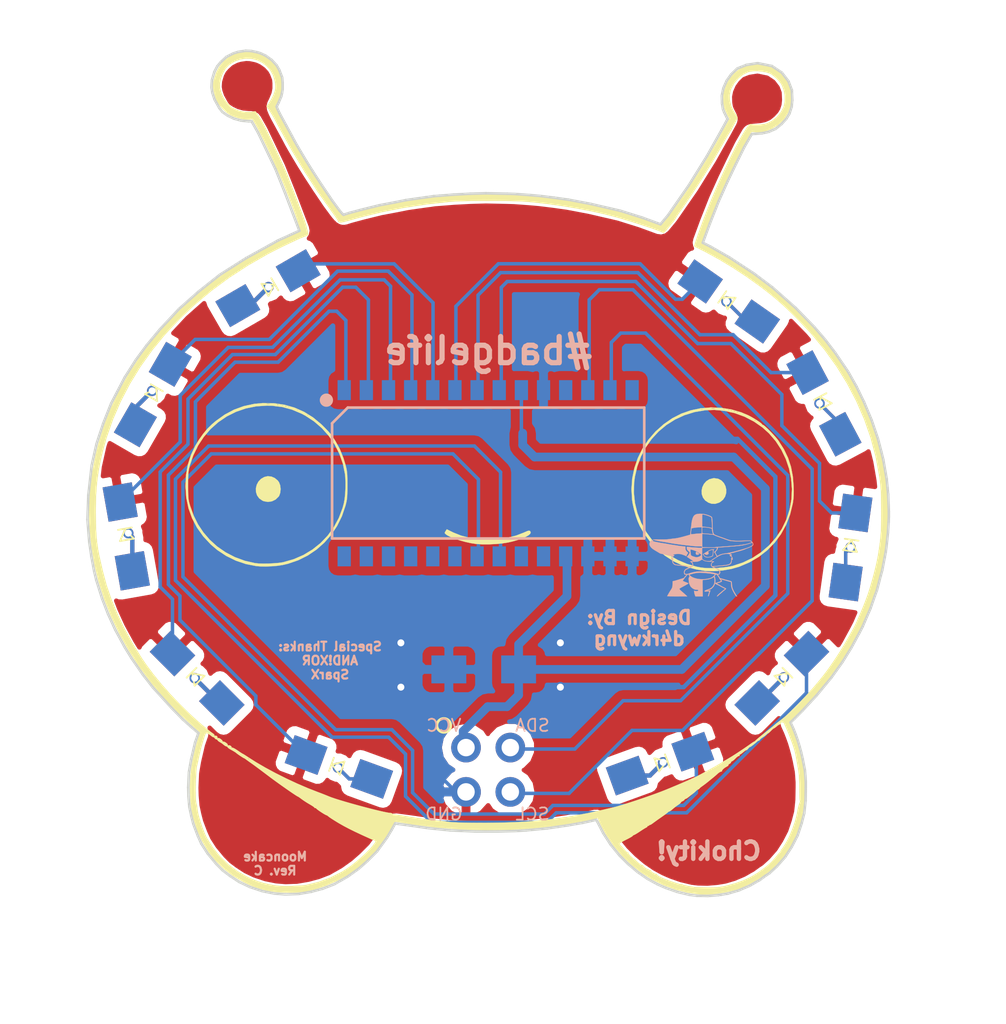
<source format=kicad_pcb>
(kicad_pcb (version 4) (host pcbnew 4.0.7)
  (layers (0 F.Cu signal) (31 B.Cu signal) (34 B.Paste user) (35 F.Paste user) (36 B.SilkS user) (37 F.SilkS user) (38 B.Mask user) (39 F.Mask user) (44 Edge.Cuts user))
  (net 0 "")
  (net 1 +3V3)
  (net 2 GND)
  (net 3 "Net-(D1-Pad2)")
  (net 4 "Net-(D2-Pad2)")
  (net 5 "Net-(D3-Pad2)")
  (net 6 "Net-(D4-Pad2)")
  (net 7 "Net-(D5-Pad2)")
  (net 8 "Net-(D6-Pad2)")
  (net 9 "Net-(D7-Pad2)")
  (net 10 "Net-(D8-Pad2)")
  (net 11 "Net-(D9-Pad2)")
  (net 12 "Net-(D10-Pad2)")
  (net 13 "Net-(R1-Pad1)")
  (net 14 "Net-(R2-Pad1)")
  (net 15 "Net-(R3-Pad1)")
  (net 16 "Net-(R4-Pad1)")
  (net 17 "Net-(R5-Pad1)")
  (net 18 "Net-(R6-Pad1)")
  (net 19 "Net-(R7-Pad1)")
  (net 20 "Net-(R8-Pad1)")
  (net 21 "Net-(R9-Pad1)")
  (net 22 scl)
  (net 23 sda)
  (net 24 "Net-(U1-Pad19)")
  (net 25 "Net-(U1-Pad20)")
  (net 26 "Net-(R10-Pad1)")
  (net 27 "Net-(U1-Pad23)")
  (net 28 "Net-(U1-Pad24)")
  (net 29 "Net-(U1-Pad25)")
  (net 30 "Net-(U1-Pad26)")
  (net 31 "Net-(U1-Pad27)")
  (net 32 "Net-(U1-Pad28)")
  (module lib:SOIC28-1.27-17.9X7.5MM_NoSilk (layer B.Cu) (at 100 100)
    (fp_text reference U1)
    (fp_text value MCP23017)
    (pad 1 smd rect (at -8.255 -4.7498) (size 0.762 1.143) (layers B.Cu B.Paste B.Mask) (net 13 "Net-(R1-Pad1)"))
    (pad 2 smd rect (at -6.985 -4.7498) (size 0.762 1.143) (layers B.Cu B.Paste B.Mask) (net 14 "Net-(R2-Pad1)"))
    (pad 3 smd rect (at -5.715 -4.7498) (size 0.762 1.143) (layers B.Cu B.Paste B.Mask) (net 15 "Net-(R3-Pad1)"))
    (pad 4 smd rect (at -4.445 -4.7498) (size 0.762 1.143) (layers B.Cu B.Paste B.Mask) (net 16 "Net-(R4-Pad1)"))
    (pad 5 smd rect (at -3.175 -4.7498) (size 0.762 1.143) (layers B.Cu B.Paste B.Mask) (net 17 "Net-(R5-Pad1)"))
    (pad 6 smd rect (at -1.905 -4.7498) (size 0.762 1.143) (layers B.Cu B.Paste B.Mask) (net 18 "Net-(R6-Pad1)"))
    (pad 7 smd rect (at -0.635 -4.7498) (size 0.762 1.143) (layers B.Cu B.Paste B.Mask) (net 19 "Net-(R7-Pad1)"))
    (pad 8 smd rect (at 0.635 -4.7498) (size 0.762 1.143) (layers B.Cu B.Paste B.Mask) (net 20 "Net-(R8-Pad1)"))
    (pad 9 smd rect (at 1.905 -4.7498) (size 0.762 1.143) (layers B.Cu B.Paste B.Mask) (net 1 +3V3))
    (pad 10 smd rect (at 3.175 -4.7498) (size 0.762 1.143) (layers B.Cu B.Paste B.Mask) (net 2 GND))
    (pad 12 smd rect (at 5.715 -4.7498) (size 0.762 1.143) (layers B.Cu B.Paste B.Mask) (net 22 scl))
    (pad 11 smd rect (at 4.445 -4.7498) (size 0.762 1.143) (layers B.Cu B.Paste B.Mask))
    (pad 13 smd rect (at 6.985 -4.7498) (size 0.762 1.143) (layers B.Cu B.Paste B.Mask) (net 23 sda))
    (pad 14 smd rect (at 8.255 -4.7498) (size 0.762 1.143) (layers B.Cu B.Paste B.Mask))
    (pad 15 smd rect (at 8.255 4.7752) (size 0.762 1.143) (layers B.Cu B.Paste B.Mask) (net 2 GND))
    (pad 16 smd rect (at 6.985 4.7752) (size 0.762 1.143) (layers B.Cu B.Paste B.Mask) (net 2 GND))
    (pad 17 smd rect (at 5.715 4.7752) (size 0.762 1.143) (layers B.Cu B.Paste B.Mask) (net 2 GND))
    (pad 18 smd rect (at 4.445 4.7752) (size 0.762 1.143) (layers B.Cu B.Paste B.Mask) (net 1 +3V3))
    (pad 19 smd rect (at 3.175 4.7752) (size 0.762 1.143) (layers B.Cu B.Paste B.Mask) (net 24 "Net-(U1-Pad19)"))
    (pad 20 smd rect (at 1.905 4.7752) (size 0.762 1.143) (layers B.Cu B.Paste B.Mask) (net 25 "Net-(U1-Pad20)"))
    (pad 21 smd rect (at 0.635 4.7752) (size 0.762 1.143) (layers B.Cu B.Paste B.Mask) (net 21 "Net-(R9-Pad1)"))
    (pad 22 smd rect (at -0.635 4.7752) (size 0.762 1.143) (layers B.Cu B.Paste B.Mask) (net 26 "Net-(R10-Pad1)"))
    (pad 23 smd rect (at -1.905 4.7752) (size 0.762 1.143) (layers B.Cu B.Paste B.Mask) (net 27 "Net-(U1-Pad23)"))
    (pad 24 smd rect (at -3.175 4.7752) (size 0.762 1.143) (layers B.Cu B.Paste B.Mask) (net 28 "Net-(U1-Pad24)"))
    (pad 25 smd rect (at -4.445 4.7752) (size 0.762 1.143) (layers B.Cu B.Paste B.Mask) (net 29 "Net-(U1-Pad25)"))
    (pad 26 smd rect (at -5.715 4.7752) (size 0.762 1.143) (layers B.Cu B.Paste B.Mask) (net 30 "Net-(U1-Pad26)"))
    (pad 27 smd rect (at -6.985 4.7752) (size 0.762 1.143) (layers B.Cu B.Paste B.Mask) (net 31 "Net-(U1-Pad27)"))
    (pad 28 smd rect (at -8.255 4.7752) (size 0.762 1.143) (layers B.Cu B.Paste B.Mask) (net 32 "Net-(U1-Pad28)"))
  )
  (module mooncake-design:mooncake-soldermask (layer F.Cu) (at 100 100)
    (fp_text reference G*** hide)
    (fp_text value LOGO hide)
  )
  (module mrmeeseeks-addon-lib:Badgelife-Shitty-2x2 (layer F.Cu) (at 100 117)
    (fp_text reference X1)
    (fp_text value Badgelife_shitty_connector)
    (fp_text user SDA (at 2.54 -2.54) (layer B.SilkS) (effects (font (size 0.7 0.7) (thickness 0.1)) (justify mirror)))
    (fp_text user SCL (at 2.54 2.54) (layer B.SilkS) (effects (font (size 0.7 0.7) (thickness 0.1)) (justify mirror)))
    (fp_text user GND (at -2.54 2.54) (layer B.SilkS) (effects (font (size 0.7 0.7) (thickness 0.1)) (justify mirror)))
    (fp_text user VCC (at -2.54 -2.54) (layer B.SilkS) (effects (font (size 0.7 0.7) (thickness 0.1)) (justify mirror)))
    (pad 4 thru_hole circle (at 1.27 -1.27) (size 1.7 1.7) (drill 1) (layers *.Cu *.Mask) (net 23 sda))
    (pad 3 thru_hole oval (at 1.27 1.27) (size 1.7 1.7) (drill 1) (layers *.Cu *.Mask) (net 22 scl))
    (pad 1 thru_hole oval (at -1.27 -1.27) (size 1.7 1.7) (drill 1) (layers *.Cu *.Mask) (net 1 +3V3))
    (pad 2 thru_hole oval (at -1.27 1.27) (size 1.7 1.7) (drill 1) (layers *.Cu *.Mask) (net 2 GND))
  )
  (module mrmeeseeks-addon-lib:R_1206_HandSoldering_NoSilk (layer B.Cu) (at 116.84 111.76 225)
    (fp_text reference R9)
    (fp_text value 220)
    (pad 1 smd rect (at -2 0 225) (size 2 1.7) (layers B.Cu B.Paste B.Mask) (net 21 "Net-(R9-Pad1)"))
    (pad 2 smd rect (at 2 0 225) (size 2 1.7) (layers B.Cu B.Paste B.Mask) (net 11 "Net-(D9-Pad2)"))
  )
  (module mrmeeseeks-addon-lib:R_1206_HandSoldering_NoSilk (layer B.Cu) (at 109.855 116.6495 200)
    (fp_text reference R10)
    (fp_text value 220)
    (pad 1 smd rect (at -2 0 200) (size 2 1.7) (layers B.Cu B.Paste B.Mask) (net 26 "Net-(R10-Pad1)"))
    (pad 2 smd rect (at 2 0 200) (size 2 1.7) (layers B.Cu B.Paste B.Mask) (net 12 "Net-(D10-Pad2)"))
  )
  (module mrmeeseeks-addon-lib:LED_1206_HandSoldering_MinSilk (layer F.Cu) (at 109.855 116.6495 200)
    (fp_text reference D10)
    (fp_text value LED)
    (pad 1 smd rect (at -2 0 200) (size 2 1.7) (layers F.Cu F.Paste F.Mask) (net 2 GND))
    (pad 2 smd rect (at 2 0 200) (size 2 1.7) (layers F.Cu F.Paste F.Mask) (net 12 "Net-(D10-Pad2)"))
  )
  (module mrmeeseeks-addon-lib:LED_1206_HandSoldering_MinSilk (layer F.Cu) (at 91.44 116.84 340)
    (fp_text reference D1)
    (fp_text value LED)
    (pad 1 smd rect (at -2 0 340) (size 2 1.7) (layers F.Cu F.Paste F.Mask) (net 2 GND))
    (pad 2 smd rect (at 2 0 340) (size 2 1.7) (layers F.Cu F.Paste F.Mask) (net 3 "Net-(D1-Pad2)"))
  )
  (module mrmeeseeks-addon-lib:LED_1206_HandSoldering_MinSilk (layer F.Cu) (at 83.312 111.76 315)
    (fp_text reference D2)
    (fp_text value LED)
    (pad 1 smd rect (at -2 0 315) (size 2 1.7) (layers F.Cu F.Paste F.Mask) (net 2 GND))
    (pad 2 smd rect (at 2 0 315) (size 2 1.7) (layers F.Cu F.Paste F.Mask) (net 4 "Net-(D2-Pad2)"))
  )
  (module mrmeeseeks-addon-lib:LED_1206_HandSoldering_MinSilk (layer F.Cu) (at 79.248 103.632 280)
    (fp_text reference D3)
    (fp_text value LED)
    (pad 1 smd rect (at -2 0 280) (size 2 1.7) (layers F.Cu F.Paste F.Mask) (net 2 GND))
    (pad 2 smd rect (at 2 0 280) (size 2 1.7) (layers F.Cu F.Paste F.Mask) (net 5 "Net-(D3-Pad2)"))
  )
  (module mrmeeseeks-addon-lib:LED_1206_HandSoldering_MinSilk (layer F.Cu) (at 80.772 95.504 240)
    (fp_text reference D4)
    (fp_text value LED)
    (pad 1 smd rect (at -2 0 240) (size 2 1.7) (layers F.Cu F.Paste F.Mask) (net 2 GND))
    (pad 2 smd rect (at 2 0 240) (size 2 1.7) (layers F.Cu F.Paste F.Mask) (net 6 "Net-(D4-Pad2)"))
  )
  (module mrmeeseeks-addon-lib:LED_1206_HandSoldering_MinSilk (layer F.Cu) (at 87.376 89.408 210)
    (fp_text reference D5)
    (fp_text value LED)
    (pad 1 smd rect (at -2 0 210) (size 2 1.7) (layers F.Cu F.Paste F.Mask) (net 2 GND))
    (pad 2 smd rect (at 2 0 210) (size 2 1.7) (layers F.Cu F.Paste F.Mask) (net 7 "Net-(D5-Pad2)"))
  )
  (module mrmeeseeks-addon-lib:LED_1206_HandSoldering_MinSilk (layer F.Cu) (at 113.792 90.17 325)
    (fp_text reference D6)
    (fp_text value LED)
    (pad 1 smd rect (at -2 0 325) (size 2 1.7) (layers F.Cu F.Paste F.Mask) (net 2 GND))
    (pad 2 smd rect (at 2 0 325) (size 2 1.7) (layers F.Cu F.Paste F.Mask) (net 8 "Net-(D6-Pad2)"))
  )
  (module mrmeeseeks-addon-lib:LED_1206_HandSoldering_MinSilk (layer F.Cu) (at 119.253 96.012 298)
    (fp_text reference D7)
    (fp_text value LED)
    (pad 1 smd rect (at -2 0 298) (size 2 1.7) (layers F.Cu F.Paste F.Mask) (net 2 GND))
    (pad 2 smd rect (at 2 0 298) (size 2 1.7) (layers F.Cu F.Paste F.Mask) (net 9 "Net-(D7-Pad2)"))
  )
  (module mrmeeseeks-addon-lib:LED_1206_HandSoldering_MinSilk (layer F.Cu) (at 120.777 104.267 262)
    (fp_text reference D8)
    (fp_text value LED)
    (pad 1 smd rect (at -2 0 262) (size 2 1.7) (layers F.Cu F.Paste F.Mask) (net 2 GND))
    (pad 2 smd rect (at 2 0 262) (size 2 1.7) (layers F.Cu F.Paste F.Mask) (net 10 "Net-(D8-Pad2)"))
  )
  (module mrmeeseeks-addon-lib:LED_1206_HandSoldering_MinSilk (layer F.Cu) (at 116.84 111.76 225)
    (fp_text reference D9)
    (fp_text value LED)
    (pad 1 smd rect (at -2 0 225) (size 2 1.7) (layers F.Cu F.Paste F.Mask) (net 2 GND))
    (pad 2 smd rect (at 2 0 225) (size 2 1.7) (layers F.Cu F.Paste F.Mask) (net 11 "Net-(D9-Pad2)"))
  )
  (module mrmeeseeks-addon-lib:R_1206_HandSoldering_NoSilk (layer B.Cu) (at 120.777 104.267 262)
    (fp_text reference R8)
    (fp_text value 220)
    (pad 1 smd rect (at -2 0 262) (size 2 1.7) (layers B.Cu B.Paste B.Mask) (net 20 "Net-(R8-Pad1)"))
    (pad 2 smd rect (at 2 0 262) (size 2 1.7) (layers B.Cu B.Paste B.Mask) (net 10 "Net-(D8-Pad2)"))
  )
  (module mrmeeseeks-addon-lib:R_1206_HandSoldering_NoSilk (layer B.Cu) (at 119.253 96.012 298)
    (fp_text reference R7)
    (fp_text value 220)
    (pad 1 smd rect (at -2 0 298) (size 2 1.7) (layers B.Cu B.Paste B.Mask) (net 19 "Net-(R7-Pad1)"))
    (pad 2 smd rect (at 2 0 298) (size 2 1.7) (layers B.Cu B.Paste B.Mask) (net 9 "Net-(D7-Pad2)"))
  )
  (module mrmeeseeks-addon-lib:R_1206_HandSoldering_NoSilk (layer B.Cu) (at 113.792 90.17 325)
    (fp_text reference R6)
    (fp_text value 220)
    (pad 1 smd rect (at -2 0 325) (size 2 1.7) (layers B.Cu B.Paste B.Mask) (net 18 "Net-(R6-Pad1)"))
    (pad 2 smd rect (at 2 0 325) (size 2 1.7) (layers B.Cu B.Paste B.Mask) (net 8 "Net-(D6-Pad2)"))
  )
  (module mrmeeseeks-addon-lib:R_1206_HandSoldering_NoSilk (layer B.Cu) (at 87.376 89.408 210)
    (fp_text reference R5)
    (fp_text value 220)
    (pad 1 smd rect (at -2 0 210) (size 2 1.7) (layers B.Cu B.Paste B.Mask) (net 17 "Net-(R5-Pad1)"))
    (pad 2 smd rect (at 2 0 210) (size 2 1.7) (layers B.Cu B.Paste B.Mask) (net 7 "Net-(D5-Pad2)"))
  )
  (module mrmeeseeks-addon-lib:R_1206_HandSoldering_NoSilk (layer B.Cu) (at 80.772 95.504 240)
    (fp_text reference R4)
    (fp_text value 220)
    (pad 1 smd rect (at -2 0 240) (size 2 1.7) (layers B.Cu B.Paste B.Mask) (net 16 "Net-(R4-Pad1)"))
    (pad 2 smd rect (at 2 0 240) (size 2 1.7) (layers B.Cu B.Paste B.Mask) (net 6 "Net-(D4-Pad2)"))
  )
  (module mrmeeseeks-addon-lib:R_1206_HandSoldering_NoSilk (layer B.Cu) (at 79.248 103.632 280)
    (fp_text reference R3)
    (fp_text value 220)
    (pad 1 smd rect (at -2 0 280) (size 2 1.7) (layers B.Cu B.Paste B.Mask) (net 15 "Net-(R3-Pad1)"))
    (pad 2 smd rect (at 2 0 280) (size 2 1.7) (layers B.Cu B.Paste B.Mask) (net 5 "Net-(D3-Pad2)"))
  )
  (module mrmeeseeks-addon-lib:R_1206_HandSoldering_NoSilk (layer B.Cu) (at 83.312 111.76 315)
    (fp_text reference R2)
    (fp_text value 220)
    (pad 1 smd rect (at -2 0 315) (size 2 1.7) (layers B.Cu B.Paste B.Mask) (net 14 "Net-(R2-Pad1)"))
    (pad 2 smd rect (at 2 0 315) (size 2 1.7) (layers B.Cu B.Paste B.Mask) (net 4 "Net-(D2-Pad2)"))
  )
  (module mrmeeseeks-addon-lib:R_1206_HandSoldering_NoSilk (layer B.Cu) (at 91.44 116.84 340)
    (fp_text reference R1)
    (fp_text value 220)
    (pad 1 smd rect (at -2 0 340) (size 2 1.7) (layers B.Cu B.Paste B.Mask) (net 13 "Net-(R1-Pad1)"))
    (pad 2 smd rect (at 2 0 340) (size 2 1.7) (layers B.Cu B.Paste B.Mask) (net 3 "Net-(D1-Pad2)"))
  )
  (module mooncake-design:mooncake-silkscreen (layer F.Cu) (at 100 100)
    (fp_text reference G*** hide)
    (fp_text value LOGO hide)
  )
  (module lib:C_1206_HandSoldering_NoSilk (layer B.Cu) (at 99.7458 111.252 180)
    (fp_text reference C1)
    (fp_text value 0.1uf)
    (pad 1 smd rect (at -2 0 180) (size 2 1.6) (layers B.Cu B.Paste B.Mask) (net 1 +3V3))
    (pad 2 smd rect (at 2 0 180) (size 2 1.6) (layers B.Cu B.Paste B.Mask) (net 2 GND))
  )
  (module mooncake-design:gary_soldermask (layer B.Cu) (at 87.376 103.124 180)
    (fp_text reference G*** hide)
    (fp_text value LOGO hide)
  )
  (module mooncake-design:d4rkwyng (layer B.Cu) (at 112.268 104.648 180)
    (fp_text reference G*** hide)
    (fp_text value LOGO hide)
  )
  (module mooncake-design:d4rkwyng_solder (layer B.Cu) (at 112.268 104.648 180)
    (fp_text reference G*** hide)
    (fp_text value LOGO hide)
  )
  (gr_text "Mooncake\nRev. C" (at 87.7824 122.3772) (layer B.SilkS) (effects (font (size 0.5 0.5) (thickness 0.125)) (justify mirror)))
  (gr_text Chokity! (at 112.66424 121.65584) (layer B.SilkS) (effects (font (size 1 1) (thickness 0.25)) (justify mirror)))
  (gr_text "Design By:\nd4rkwyng" (at 108.6612 108.8898) (layer B.SilkS) (effects (font (size 0.75 0.75) (thickness 0.1875)) (justify mirror)))
  (gr_line (start 120.6373 94.1959) (end 121.0818 94.9833) (angle 90) (layer Edge.Cuts) (width 0.15))
  (gr_line (start 119.9007 93.1164) (end 120.6373 94.1959) (angle 90) (layer Edge.Cuts) (width 0.15))
  (gr_line (start 119.3165 92.3544) (end 119.9007 93.1164) (angle 90) (layer Edge.Cuts) (width 0.15))
  (gr_line (start 118.6942 91.6305) (end 119.3165 92.3544) (angle 90) (layer Edge.Cuts) (width 0.15))
  (gr_line (start 117.6274 90.5383) (end 118.6942 91.6305) (angle 90) (layer Edge.Cuts) (width 0.15))
  (gr_line (start 116.3193 89.3826) (end 117.6274 90.5383) (angle 90) (layer Edge.Cuts) (width 0.15))
  (gr_line (start 115.2398 88.5698) (end 116.3193 89.3826) (angle 90) (layer Edge.Cuts) (width 0.15))
  (gr_line (start 113.8428 87.6554) (end 115.2398 88.5698) (angle 90) (layer Edge.Cuts) (width 0.15))
  (gr_line (start 112.776 87.0458) (end 113.8428 87.6554) (angle 90) (layer Edge.Cuts) (width 0.15))
  (gr_line (start 112.3061 86.8045) (end 112.776 87.0458) (angle 90) (layer Edge.Cuts) (width 0.15))
  (gr_line (start 112.7125 85.6996) (end 112.3061 86.8045) (angle 90) (layer Edge.Cuts) (width 0.15))
  (gr_line (start 113.2205 84.4169) (end 112.7125 85.6996) (angle 90) (layer Edge.Cuts) (width 0.15))
  (gr_line (start 113.7412 83.2612) (end 113.2205 84.4169) (angle 90) (layer Edge.Cuts) (width 0.15))
  (gr_line (start 114.2111 82.2833) (end 113.7412 83.2612) (angle 90) (layer Edge.Cuts) (width 0.15))
  (gr_line (start 114.681 81.3308) (end 114.2111 82.2833) (angle 90) (layer Edge.Cuts) (width 0.15))
  (gr_line (start 115.1128 80.5815) (end 114.681 81.3308) (angle 90) (layer Edge.Cuts) (width 0.15))
  (gr_line (start 115.7097 80.5307) (end 115.1128 80.5815) (angle 90) (layer Edge.Cuts) (width 0.15))
  (gr_line (start 116.078 80.4545) (end 115.7097 80.5307) (angle 90) (layer Edge.Cuts) (width 0.15))
  (gr_line (start 116.4844 80.2767) (end 116.078 80.4545) (angle 90) (layer Edge.Cuts) (width 0.15))
  (gr_line (start 116.8273 79.9973) (end 116.4844 80.2767) (angle 90) (layer Edge.Cuts) (width 0.15))
  (gr_line (start 117.094 79.7052) (end 116.8273 79.9973) (angle 90) (layer Edge.Cuts) (width 0.15))
  (gr_line (start 117.2718 79.4131) (end 117.094 79.7052) (angle 90) (layer Edge.Cuts) (width 0.15))
  (gr_line (start 117.3988 79.0194) (end 117.2718 79.4131) (angle 90) (layer Edge.Cuts) (width 0.15))
  (gr_line (start 117.4369 78.6384) (end 117.3988 79.0194) (angle 90) (layer Edge.Cuts) (width 0.15))
  (gr_line (start 117.4115 78.0669) (end 117.4369 78.6384) (angle 90) (layer Edge.Cuts) (width 0.15))
  (gr_line (start 117.221 77.5589) (end 117.4115 78.0669) (angle 90) (layer Edge.Cuts) (width 0.15))
  (gr_line (start 116.84 77.0636) (end 117.221 77.5589) (angle 90) (layer Edge.Cuts) (width 0.15))
  (gr_line (start 116.2685 76.6826) (end 116.84 77.0636) (angle 90) (layer Edge.Cuts) (width 0.15))
  (gr_line (start 115.4557 76.5175) (end 116.2685 76.6826) (angle 90) (layer Edge.Cuts) (width 0.15))
  (gr_line (start 114.808 76.6191) (end 115.4557 76.5175) (angle 90) (layer Edge.Cuts) (width 0.15))
  (gr_line (start 114.2873 76.8223) (end 114.808 76.6191) (angle 90) (layer Edge.Cuts) (width 0.15))
  (gr_line (start 113.9317 77.1652) (end 114.2873 76.8223) (angle 90) (layer Edge.Cuts) (width 0.15))
  (gr_line (start 113.6777 77.5208) (end 113.9317 77.1652) (angle 90) (layer Edge.Cuts) (width 0.15))
  (gr_line (start 113.4872 77.9526) (end 113.6777 77.5208) (angle 90) (layer Edge.Cuts) (width 0.15))
  (gr_line (start 113.3983 78.3844) (end 113.4872 77.9526) (angle 90) (layer Edge.Cuts) (width 0.15))
  (gr_line (start 113.411 78.8162) (end 113.3983 78.3844) (angle 90) (layer Edge.Cuts) (width 0.15))
  (gr_line (start 113.4618 79.1337) (end 113.411 78.8162) (angle 90) (layer Edge.Cuts) (width 0.15))
  (gr_line (start 113.538 79.3369) (end 113.4618 79.1337) (angle 90) (layer Edge.Cuts) (width 0.15))
  (gr_line (start 113.7285 79.7179) (end 113.538 79.3369) (angle 90) (layer Edge.Cuts) (width 0.15))
  (gr_line (start 113.411 80.3021) (end 113.7285 79.7179) (angle 90) (layer Edge.Cuts) (width 0.15))
  (gr_line (start 112.5474 81.8388) (end 113.411 80.3021) (angle 90) (layer Edge.Cuts) (width 0.15))
  (gr_line (start 111.506 83.5152) (end 112.5474 81.8388) (angle 90) (layer Edge.Cuts) (width 0.15))
  (gr_line (start 110.3249 85.217) (end 111.506 83.5152) (angle 90) (layer Edge.Cuts) (width 0.15))
  (gr_line (start 109.8804 85.7504) (end 110.3249 85.217) (angle 90) (layer Edge.Cuts) (width 0.15))
  (gr_line (start 108.839 85.3694) (end 109.8804 85.7504) (angle 90) (layer Edge.Cuts) (width 0.15))
  (gr_line (start 107.5817 84.9757) (end 108.839 85.3694) (angle 90) (layer Edge.Cuts) (width 0.15))
  (gr_line (start 105.8799 84.582) (end 107.5817 84.9757) (angle 90) (layer Edge.Cuts) (width 0.15))
  (gr_line (start 104.6099 84.3407) (end 105.8799 84.582) (angle 90) (layer Edge.Cuts) (width 0.15))
  (gr_line (start 103.7971 84.2264) (end 104.6099 84.3407) (angle 90) (layer Edge.Cuts) (width 0.15))
  (gr_line (start 102.9716 84.1248) (end 103.7971 84.2264) (angle 90) (layer Edge.Cuts) (width 0.15))
  (gr_line (start 102.3874 84.074) (end 102.9716 84.1248) (angle 90) (layer Edge.Cuts) (width 0.15))
  (gr_line (start 101.5111 84.0105) (end 102.3874 84.074) (angle 90) (layer Edge.Cuts) (width 0.15))
  (gr_line (start 101.1047 83.9978) (end 101.5111 84.0105) (angle 90) (layer Edge.Cuts) (width 0.15))
  (gr_line (start 99.8728 83.9724) (end 101.1047 83.9978) (angle 90) (layer Edge.Cuts) (width 0.15))
  (gr_line (start 98.9711 83.9978) (end 99.8728 83.9724) (angle 90) (layer Edge.Cuts) (width 0.15))
  (gr_line (start 98.0186 84.0486) (end 98.9711 83.9978) (angle 90) (layer Edge.Cuts) (width 0.15))
  (gr_line (start 97.2185 84.1121) (end 98.0186 84.0486) (angle 90) (layer Edge.Cuts) (width 0.15))
  (gr_line (start 96.8756 84.1375) (end 97.2185 84.1121) (angle 90) (layer Edge.Cuts) (width 0.15))
  (gr_line (start 96.6343 84.1756) (end 96.8756 84.1375) (angle 90) (layer Edge.Cuts) (width 0.15))
  (gr_line (start 96.4311 84.201) (end 96.6343 84.1756) (angle 90) (layer Edge.Cuts) (width 0.15))
  (gr_line (start 95.7961 84.2899) (end 96.4311 84.201) (angle 90) (layer Edge.Cuts) (width 0.15))
  (gr_line (start 95.2754 84.3661) (end 95.7961 84.2899) (angle 90) (layer Edge.Cuts) (width 0.15))
  (gr_line (start 94.6404 84.4931) (end 95.2754 84.3661) (angle 90) (layer Edge.Cuts) (width 0.15))
  (gr_line (start 93.7641 84.6582) (end 94.6404 84.4931) (angle 90) (layer Edge.Cuts) (width 0.15))
  (gr_line (start 92.7354 84.9122) (end 93.7641 84.6582) (angle 90) (layer Edge.Cuts) (width 0.15))
  (gr_line (start 92.0242 85.1027) (end 92.7354 84.9122) (angle 90) (layer Edge.Cuts) (width 0.15))
  (gr_line (start 91.7067 85.2043) (end 92.0242 85.1027) (angle 90) (layer Edge.Cuts) (width 0.15))
  (gr_line (start 91.6432 85.1535) (end 91.7067 85.2043) (angle 90) (layer Edge.Cuts) (width 0.15))
  (gr_line (start 91.4781 84.963) (end 91.6432 85.1535) (angle 90) (layer Edge.Cuts) (width 0.15))
  (gr_line (start 91.0463 84.3788) (end 91.4781 84.963) (angle 90) (layer Edge.Cuts) (width 0.15))
  (gr_line (start 90.8939 84.1502) (end 91.0463 84.3788) (angle 90) (layer Edge.Cuts) (width 0.15))
  (gr_line (start 90.7542 83.947) (end 90.8939 84.1502) (angle 90) (layer Edge.Cuts) (width 0.15))
  (gr_line (start 90.6272 83.7565) (end 90.7542 83.947) (angle 90) (layer Edge.Cuts) (width 0.15))
  (gr_line (start 90.4621 83.5152) (end 90.6272 83.7565) (angle 90) (layer Edge.Cuts) (width 0.15))
  (gr_line (start 89.9414 82.7151) (end 90.4621 83.5152) (angle 90) (layer Edge.Cuts) (width 0.15))
  (gr_line (start 89.5985 82.169) (end 89.9414 82.7151) (angle 90) (layer Edge.Cuts) (width 0.15))
  (gr_line (start 89.2556 81.5975) (end 89.5985 82.169) (angle 90) (layer Edge.Cuts) (width 0.15))
  (gr_line (start 89.0397 81.2292) (end 89.2556 81.5975) (angle 90) (layer Edge.Cuts) (width 0.15))
  (gr_line (start 88.8746 80.9371) (end 89.0397 81.2292) (angle 90) (layer Edge.Cuts) (width 0.15))
  (gr_line (start 88.7476 80.6958) (end 88.8746 80.9371) (angle 90) (layer Edge.Cuts) (width 0.15))
  (gr_line (start 88.4301 80.1116) (end 88.7476 80.6958) (angle 90) (layer Edge.Cuts) (width 0.15))
  (gr_line (start 88.0491 79.4131) (end 88.4301 80.1116) (angle 90) (layer Edge.Cuts) (width 0.15))
  (gr_line (start 87.9221 79.1464) (end 88.0491 79.4131) (angle 90) (layer Edge.Cuts) (width 0.15))
  (gr_line (start 87.8713 79.0067) (end 87.9221 79.1464) (angle 90) (layer Edge.Cuts) (width 0.15))
  (gr_line (start 87.9729 78.8035) (end 87.8713 79.0067) (angle 90) (layer Edge.Cuts) (width 0.15))
  (gr_line (start 88.138 78.4098) (end 87.9729 78.8035) (angle 90) (layer Edge.Cuts) (width 0.15))
  (gr_line (start 88.1761 78.232) (end 88.138 78.4098) (angle 90) (layer Edge.Cuts) (width 0.15))
  (gr_line (start 88.2142 78.0161) (end 88.1761 78.232) (angle 90) (layer Edge.Cuts) (width 0.15))
  (gr_line (start 88.2142 77.6478) (end 88.2142 78.0161) (angle 90) (layer Edge.Cuts) (width 0.15))
  (gr_line (start 88.1888 77.343) (end 88.2142 77.6478) (angle 90) (layer Edge.Cuts) (width 0.15))
  (gr_line (start 88.0237 76.9112) (end 88.1888 77.343) (angle 90) (layer Edge.Cuts) (width 0.15))
  (gr_line (start 87.8713 76.6445) (end 88.0237 76.9112) (angle 90) (layer Edge.Cuts) (width 0.15))
  (gr_line (start 87.5919 76.3397) (end 87.8713 76.6445) (angle 90) (layer Edge.Cuts) (width 0.15))
  (gr_line (start 87.2363 76.0857) (end 87.5919 76.3397) (angle 90) (layer Edge.Cuts) (width 0.15))
  (gr_line (start 86.9696 75.9587) (end 87.2363 76.0857) (angle 90) (layer Edge.Cuts) (width 0.15))
  (gr_line (start 86.7664 75.8952) (end 86.9696 75.9587) (angle 90) (layer Edge.Cuts) (width 0.15))
  (gr_line (start 86.3981 75.819) (end 86.7664 75.8952) (angle 90) (layer Edge.Cuts) (width 0.15))
  (gr_line (start 86.0933 75.8063) (end 86.3981 75.819) (angle 90) (layer Edge.Cuts) (width 0.15))
  (gr_line (start 85.6742 75.8698) (end 86.0933 75.8063) (angle 90) (layer Edge.Cuts) (width 0.15))
  (gr_line (start 85.3821 75.9587) (end 85.6742 75.8698) (angle 90) (layer Edge.Cuts) (width 0.15))
  (gr_line (start 84.9884 76.1619) (end 85.3821 75.9587) (angle 90) (layer Edge.Cuts) (width 0.15))
  (gr_line (start 84.6709 76.454) (end 84.9884 76.1619) (angle 90) (layer Edge.Cuts) (width 0.15))
  (gr_line (start 84.4677 76.6953) (end 84.6709 76.454) (angle 90) (layer Edge.Cuts) (width 0.15))
  (gr_line (start 84.3026 77.0128) (end 84.4677 76.6953) (angle 90) (layer Edge.Cuts) (width 0.15))
  (gr_line (start 84.1629 77.4827) (end 84.3026 77.0128) (angle 90) (layer Edge.Cuts) (width 0.15))
  (gr_line (start 84.1375 77.9018) (end 84.1629 77.4827) (angle 90) (layer Edge.Cuts) (width 0.15))
  (gr_line (start 84.1883 78.2193) (end 84.1375 77.9018) (angle 90) (layer Edge.Cuts) (width 0.15))
  (gr_line (start 84.3153 78.6003) (end 84.1883 78.2193) (angle 90) (layer Edge.Cuts) (width 0.15))
  (gr_line (start 84.582 79.0829) (end 84.3153 78.6003) (angle 90) (layer Edge.Cuts) (width 0.15))
  (gr_line (start 84.7598 79.3115) (end 84.582 79.0829) (angle 90) (layer Edge.Cuts) (width 0.15))
  (gr_line (start 85.0519 79.5147) (end 84.7598 79.3115) (angle 90) (layer Edge.Cuts) (width 0.15))
  (gr_line (start 85.4202 79.6925) (end 85.0519 79.5147) (angle 90) (layer Edge.Cuts) (width 0.15))
  (gr_line (start 85.8393 79.8068) (end 85.4202 79.6925) (angle 90) (layer Edge.Cuts) (width 0.15))
  (gr_line (start 86.2457 79.8449) (end 85.8393 79.8068) (angle 90) (layer Edge.Cuts) (width 0.15))
  (gr_line (start 86.4362 79.8449) (end 86.2457 79.8449) (angle 90) (layer Edge.Cuts) (width 0.15))
  (gr_line (start 86.8045 80.4926) (end 86.4362 79.8449) (angle 90) (layer Edge.Cuts) (width 0.15))
  (gr_line (start 87.8078 82.5881) (end 86.8045 80.4926) (angle 90) (layer Edge.Cuts) (width 0.15))
  (gr_line (start 88.3666 83.9851) (end 87.8078 82.5881) (angle 90) (layer Edge.Cuts) (width 0.15))
  (gr_line (start 89.1794 86.1187) (end 88.3666 83.9851) (angle 90) (layer Edge.Cuts) (width 0.15))
  (gr_line (start 87.9475 86.6775) (end 89.1794 86.1187) (angle 90) (layer Edge.Cuts) (width 0.15))
  (gr_line (start 86.1314 87.6808) (end 87.9475 86.6775) (angle 90) (layer Edge.Cuts) (width 0.15))
  (gr_line (start 84.6074 88.646) (end 86.1314 87.6808) (angle 90) (layer Edge.Cuts) (width 0.15))
  (gr_line (start 83.3882 89.6112) (end 84.6074 88.646) (angle 90) (layer Edge.Cuts) (width 0.15))
  (gr_line (start 82.2706 90.6018) (end 83.3882 89.6112) (angle 90) (layer Edge.Cuts) (width 0.15))
  (gr_line (start 81.1784 91.7702) (end 82.2706 90.6018) (angle 90) (layer Edge.Cuts) (width 0.15))
  (gr_line (start 80.4164 92.6846) (end 81.1784 91.7702) (angle 90) (layer Edge.Cuts) (width 0.15))
  (gr_line (start 79.8068 93.5101) (end 80.4164 92.6846) (angle 90) (layer Edge.Cuts) (width 0.15))
  (gr_line (start 79.1591 94.5261) (end 79.8068 93.5101) (angle 90) (layer Edge.Cuts) (width 0.15))
  (gr_line (start 78.3844 96.012) (end 79.1591 94.5261) (angle 90) (layer Edge.Cuts) (width 0.15))
  (gr_line (start 77.9272 97.1677) (end 78.3844 96.012) (angle 90) (layer Edge.Cuts) (width 0.15))
  (gr_line (start 77.5462 98.3234) (end 77.9272 97.1677) (angle 90) (layer Edge.Cuts) (width 0.15))
  (gr_line (start 77.2668 99.568) (end 77.5462 98.3234) (angle 90) (layer Edge.Cuts) (width 0.15))
  (gr_line (start 77.0763 101.2698) (end 77.2668 99.568) (angle 90) (layer Edge.Cuts) (width 0.15))
  (gr_line (start 77.0255 102.6668) (end 77.0763 101.2698) (angle 90) (layer Edge.Cuts) (width 0.15))
  (gr_line (start 77.1271 103.9368) (end 77.0255 102.6668) (angle 90) (layer Edge.Cuts) (width 0.15))
  (gr_line (start 77.2541 104.8004) (end 77.1271 103.9368) (angle 90) (layer Edge.Cuts) (width 0.15))
  (gr_line (start 77.4065 105.6132) (end 77.2541 104.8004) (angle 90) (layer Edge.Cuts) (width 0.15))
  (gr_line (start 77.5335 106.1339) (end 77.4065 105.6132) (angle 90) (layer Edge.Cuts) (width 0.15))
  (gr_line (start 77.8637 107.188) (end 77.5335 106.1339) (angle 90) (layer Edge.Cuts) (width 0.15))
  (gr_line (start 78.2066 108.077) (end 77.8637 107.188) (angle 90) (layer Edge.Cuts) (width 0.15))
  (gr_line (start 78.6257 108.9914) (end 78.2066 108.077) (angle 90) (layer Edge.Cuts) (width 0.15))
  (gr_line (start 79.1591 109.9693) (end 78.6257 108.9914) (angle 90) (layer Edge.Cuts) (width 0.15))
  (gr_line (start 79.5401 110.5916) (end 79.1591 109.9693) (angle 90) (layer Edge.Cuts) (width 0.15))
  (gr_line (start 80.2005 111.5441) (end 79.5401 110.5916) (angle 90) (layer Edge.Cuts) (width 0.15))
  (gr_line (start 80.7847 112.2934) (end 80.2005 111.5441) (angle 90) (layer Edge.Cuts) (width 0.15))
  (gr_line (start 81.8642 113.4745) (end 80.7847 112.2934) (angle 90) (layer Edge.Cuts) (width 0.15))
  (gr_line (start 82.4992 114.1222) (end 81.8642 113.4745) (angle 90) (layer Edge.Cuts) (width 0.15))
  (gr_line (start 82.9564 114.5286) (end 82.4992 114.1222) (angle 90) (layer Edge.Cuts) (width 0.15))
  (gr_line (start 83.3882 114.8969) (end 82.9564 114.5286) (angle 90) (layer Edge.Cuts) (width 0.15))
  (gr_line (start 83.1977 115.443) (end 83.3882 114.8969) (angle 90) (layer Edge.Cuts) (width 0.15))
  (gr_line (start 82.9691 116.4209) (end 83.1977 115.443) (angle 90) (layer Edge.Cuts) (width 0.15))
  (gr_line (start 82.8421 117.1448) (end 82.9691 116.4209) (angle 90) (layer Edge.Cuts) (width 0.15))
  (gr_line (start 82.804 118.0211) (end 82.8421 117.1448) (angle 90) (layer Edge.Cuts) (width 0.15))
  (gr_line (start 82.8167 118.5164) (end 82.804 118.0211) (angle 90) (layer Edge.Cuts) (width 0.15))
  (gr_line (start 82.8675 119.126) (end 82.8167 118.5164) (angle 90) (layer Edge.Cuts) (width 0.15))
  (gr_line (start 82.9818 119.6594) (end 82.8675 119.126) (angle 90) (layer Edge.Cuts) (width 0.15))
  (gr_line (start 83.0961 120.1039) (end 82.9818 119.6594) (angle 90) (layer Edge.Cuts) (width 0.15))
  (gr_line (start 83.3501 120.777) (end 83.0961 120.1039) (angle 90) (layer Edge.Cuts) (width 0.15))
  (gr_line (start 83.5533 121.2342) (end 83.3501 120.777) (angle 90) (layer Edge.Cuts) (width 0.15))
  (gr_line (start 83.9216 121.8057) (end 83.5533 121.2342) (angle 90) (layer Edge.Cuts) (width 0.15))
  (gr_line (start 84.4042 122.3899) (end 83.9216 121.8057) (angle 90) (layer Edge.Cuts) (width 0.15))
  (gr_line (start 84.7852 122.7709) (end 84.4042 122.3899) (angle 90) (layer Edge.Cuts) (width 0.15))
  (gr_line (start 85.1916 123.0757) (end 84.7852 122.7709) (angle 90) (layer Edge.Cuts) (width 0.15))
  (gr_line (start 85.7123 123.4186) (end 85.1916 123.0757) (angle 90) (layer Edge.Cuts) (width 0.15))
  (gr_line (start 86.3219 123.7107) (end 85.7123 123.4186) (angle 90) (layer Edge.Cuts) (width 0.15))
  (gr_line (start 87.0458 123.952) (end 86.3219 123.7107) (angle 90) (layer Edge.Cuts) (width 0.15))
  (gr_line (start 87.7443 124.0917) (end 87.0458 123.952) (angle 90) (layer Edge.Cuts) (width 0.15))
  (gr_line (start 88.3666 124.1425) (end 87.7443 124.0917) (angle 90) (layer Edge.Cuts) (width 0.15))
  (gr_line (start 89.1032 124.1171) (end 88.3666 124.1425) (angle 90) (layer Edge.Cuts) (width 0.15))
  (gr_line (start 89.8525 123.9901) (end 89.1032 124.1171) (angle 90) (layer Edge.Cuts) (width 0.15))
  (gr_line (start 90.5129 123.8123) (end 89.8525 123.9901) (angle 90) (layer Edge.Cuts) (width 0.15))
  (gr_line (start 91.1733 123.5583) (end 90.5129 123.8123) (angle 90) (layer Edge.Cuts) (width 0.15))
  (gr_line (start 91.9353 123.1265) (end 91.1733 123.5583) (angle 90) (layer Edge.Cuts) (width 0.15))
  (gr_line (start 92.5576 122.682) (end 91.9353 123.1265) (angle 90) (layer Edge.Cuts) (width 0.15))
  (gr_line (start 93.0656 122.2375) (end 92.5576 122.682) (angle 90) (layer Edge.Cuts) (width 0.15))
  (gr_line (start 93.6244 121.6787) (end 93.0656 122.2375) (angle 90) (layer Edge.Cuts) (width 0.15))
  (gr_line (start 94.1959 120.8913) (end 93.6244 121.6787) (angle 90) (layer Edge.Cuts) (width 0.15))
  (gr_line (start 94.4626 120.4468) (end 94.1959 120.8913) (angle 90) (layer Edge.Cuts) (width 0.15))
  (gr_line (start 94.6658 120.0785) (end 94.4626 120.4468) (angle 90) (layer Edge.Cuts) (width 0.15))
  (gr_line (start 95.5167 120.1928) (end 94.6658 120.0785) (angle 90) (layer Edge.Cuts) (width 0.15))
  (gr_line (start 96.5708 120.3452) (end 95.5167 120.1928) (angle 90) (layer Edge.Cuts) (width 0.15))
  (gr_line (start 97.8154 120.4722) (end 96.5708 120.3452) (angle 90) (layer Edge.Cuts) (width 0.15))
  (gr_line (start 99.2632 120.5357) (end 97.8154 120.4722) (angle 90) (layer Edge.Cuts) (width 0.15))
  (gr_line (start 100.5713 120.5357) (end 99.2632 120.5357) (angle 90) (layer Edge.Cuts) (width 0.15))
  (gr_line (start 101.5619 120.5103) (end 100.5713 120.5357) (angle 90) (layer Edge.Cuts) (width 0.15))
  (gr_line (start 102.1842 120.4722) (end 101.5619 120.5103) (angle 90) (layer Edge.Cuts) (width 0.15))
  (gr_line (start 103.3907 120.3579) (end 102.1842 120.4722) (angle 90) (layer Edge.Cuts) (width 0.15))
  (gr_line (start 104.0003 120.269) (end 103.3907 120.3579) (angle 90) (layer Edge.Cuts) (width 0.15))
  (gr_line (start 104.5972 120.1801) (end 104.0003 120.269) (angle 90) (layer Edge.Cuts) (width 0.15))
  (gr_line (start 105.41 120.0404) (end 104.5972 120.1801) (angle 90) (layer Edge.Cuts) (width 0.15))
  (gr_line (start 105.9942 119.9134) (end 105.41 120.0404) (angle 90) (layer Edge.Cuts) (width 0.15))
  (gr_line (start 106.1847 119.8626) (end 105.9942 119.9134) (angle 90) (layer Edge.Cuts) (width 0.15))
  (gr_line (start 106.2609 119.9769) (end 106.1847 119.8626) (angle 90) (layer Edge.Cuts) (width 0.15))
  (gr_line (start 106.6038 120.6373) (end 106.2609 119.9769) (angle 90) (layer Edge.Cuts) (width 0.15))
  (gr_line (start 107.0229 121.285) (end 106.6038 120.6373) (angle 90) (layer Edge.Cuts) (width 0.15))
  (gr_line (start 107.5182 121.8946) (end 107.0229 121.285) (angle 90) (layer Edge.Cuts) (width 0.15))
  (gr_line (start 108.0135 122.3899) (end 107.5182 121.8946) (angle 90) (layer Edge.Cuts) (width 0.15))
  (gr_line (start 108.5723 122.8598) (end 108.0135 122.3899) (angle 90) (layer Edge.Cuts) (width 0.15))
  (gr_line (start 109.1438 123.2535) (end 108.5723 122.8598) (angle 90) (layer Edge.Cuts) (width 0.15))
  (gr_line (start 109.7026 123.5583) (end 109.1438 123.2535) (angle 90) (layer Edge.Cuts) (width 0.15))
  (gr_line (start 110.1979 123.7742) (end 109.7026 123.5583) (angle 90) (layer Edge.Cuts) (width 0.15))
  (gr_line (start 110.8583 124.0028) (end 110.1979 123.7742) (angle 90) (layer Edge.Cuts) (width 0.15))
  (gr_line (start 111.5568 124.1679) (end 110.8583 124.0028) (angle 90) (layer Edge.Cuts) (width 0.15))
  (gr_line (start 111.9759 124.2187) (end 111.5568 124.1679) (angle 90) (layer Edge.Cuts) (width 0.15))
  (gr_line (start 112.5982 124.2314) (end 111.9759 124.2187) (angle 90) (layer Edge.Cuts) (width 0.15))
  (gr_line (start 113.2078 124.1806) (end 112.5982 124.2314) (angle 90) (layer Edge.Cuts) (width 0.15))
  (gr_line (start 113.3729 124.1552) (end 113.2078 124.1806) (angle 90) (layer Edge.Cuts) (width 0.15))
  (gr_line (start 113.7539 124.0917) (end 113.3729 124.1552) (angle 90) (layer Edge.Cuts) (width 0.15))
  (gr_line (start 114.4016 123.9012) (end 113.7539 124.0917) (angle 90) (layer Edge.Cuts) (width 0.15))
  (gr_line (start 114.4778 123.8631) (end 114.4016 123.9012) (angle 90) (layer Edge.Cuts) (width 0.15))
  (gr_line (start 114.9604 123.6599) (end 114.4778 123.8631) (angle 90) (layer Edge.Cuts) (width 0.15))
  (gr_line (start 115.0366 123.6218) (end 114.9604 123.6599) (angle 90) (layer Edge.Cuts) (width 0.15))
  (gr_line (start 115.3414 123.444) (end 115.0366 123.6218) (angle 90) (layer Edge.Cuts) (width 0.15))
  (gr_line (start 115.5319 123.3424) (end 115.3414 123.444) (angle 90) (layer Edge.Cuts) (width 0.15))
  (gr_line (start 115.6208 123.2789) (end 115.5319 123.3424) (angle 90) (layer Edge.Cuts) (width 0.15))
  (gr_line (start 115.9002 123.0757) (end 115.6208 123.2789) (angle 90) (layer Edge.Cuts) (width 0.15))
  (gr_line (start 116.1161 122.936) (end 115.9002 123.0757) (angle 90) (layer Edge.Cuts) (width 0.15))
  (gr_line (start 116.5479 122.5423) (end 116.1161 122.936) (angle 90) (layer Edge.Cuts) (width 0.15))
  (gr_line (start 117.0305 121.9962) (end 116.5479 122.5423) (angle 90) (layer Edge.Cuts) (width 0.15))
  (gr_line (start 117.3988 121.4247) (end 117.0305 121.9962) (angle 90) (layer Edge.Cuts) (width 0.15))
  (gr_line (start 117.5639 121.1072) (end 117.3988 121.4247) (angle 90) (layer Edge.Cuts) (width 0.15))
  (gr_line (start 117.7417 120.7643) (end 117.5639 121.1072) (angle 90) (layer Edge.Cuts) (width 0.15))
  (gr_line (start 117.9703 120.0785) (end 117.7417 120.7643) (angle 90) (layer Edge.Cuts) (width 0.15))
  (gr_line (start 118.1227 119.4943) (end 117.9703 120.0785) (angle 90) (layer Edge.Cuts) (width 0.15))
  (gr_line (start 118.1989 118.7704) (end 118.1227 119.4943) (angle 90) (layer Edge.Cuts) (width 0.15))
  (gr_line (start 118.2116 118.0211) (end 118.1989 118.7704) (angle 90) (layer Edge.Cuts) (width 0.15))
  (gr_line (start 118.2116 117.6909) (end 118.2116 118.0211) (angle 90) (layer Edge.Cuts) (width 0.15))
  (gr_line (start 118.1862 117.3226) (end 118.2116 117.6909) (angle 90) (layer Edge.Cuts) (width 0.15))
  (gr_line (start 118.1608 117.0305) (end 118.1862 117.3226) (angle 90) (layer Edge.Cuts) (width 0.15))
  (gr_line (start 118.0338 116.3828) (end 118.1608 117.0305) (angle 90) (layer Edge.Cuts) (width 0.15))
  (gr_line (start 117.9449 116.0018) (end 118.0338 116.3828) (angle 90) (layer Edge.Cuts) (width 0.15))
  (gr_line (start 117.856 115.6716) (end 117.9449 116.0018) (angle 90) (layer Edge.Cuts) (width 0.15))
  (gr_line (start 117.7544 115.3287) (end 117.856 115.6716) (angle 90) (layer Edge.Cuts) (width 0.15))
  (gr_line (start 117.6274 114.9731) (end 117.7544 115.3287) (angle 90) (layer Edge.Cuts) (width 0.15))
  (gr_line (start 117.5131 114.681) (end 117.6274 114.9731) (angle 90) (layer Edge.Cuts) (width 0.15))
  (gr_line (start 117.3353 114.2873) (end 117.5131 114.681) (angle 90) (layer Edge.Cuts) (width 0.15))
  (gr_line (start 117.5512 114.0841) (end 117.3353 114.2873) (angle 90) (layer Edge.Cuts) (width 0.15))
  (gr_line (start 117.7163 113.919) (end 117.5512 114.0841) (angle 90) (layer Edge.Cuts) (width 0.15))
  (gr_line (start 118.0211 113.6142) (end 117.7163 113.919) (angle 90) (layer Edge.Cuts) (width 0.15))
  (gr_line (start 118.491 113.1062) (end 118.0211 113.6142) (angle 90) (layer Edge.Cuts) (width 0.15))
  (gr_line (start 118.8339 112.7379) (end 118.491 113.1062) (angle 90) (layer Edge.Cuts) (width 0.15))
  (gr_line (start 119.6848 111.7092) (end 118.8339 112.7379) (angle 90) (layer Edge.Cuts) (width 0.15))
  (gr_line (start 120.3198 110.8202) (end 119.6848 111.7092) (angle 90) (layer Edge.Cuts) (width 0.15))
  (gr_line (start 120.8151 110.0201) (end 120.3198 110.8202) (angle 90) (layer Edge.Cuts) (width 0.15))
  (gr_line (start 121.285 109.1565) (end 120.8151 110.0201) (angle 90) (layer Edge.Cuts) (width 0.15))
  (gr_line (start 121.4755 108.7882) (end 121.285 109.1565) (angle 90) (layer Edge.Cuts) (width 0.15))
  (gr_line (start 121.5771 108.5469) (end 121.4755 108.7882) (angle 90) (layer Edge.Cuts) (width 0.15))
  (gr_line (start 121.92 107.7595) (end 121.5771 108.5469) (angle 90) (layer Edge.Cuts) (width 0.15))
  (gr_line (start 122.1613 107.061) (end 121.92 107.7595) (angle 90) (layer Edge.Cuts) (width 0.15))
  (gr_line (start 122.2883 106.7181) (end 122.1613 107.061) (angle 90) (layer Edge.Cuts) (width 0.15))
  (gr_line (start 122.4153 106.2355) (end 122.2883 106.7181) (angle 90) (layer Edge.Cuts) (width 0.15))
  (gr_line (start 122.5042 105.8926) (end 122.4153 106.2355) (angle 90) (layer Edge.Cuts) (width 0.15))
  (gr_line (start 122.5931 105.5751) (end 122.5042 105.8926) (angle 90) (layer Edge.Cuts) (width 0.15))
  (gr_line (start 122.7328 104.8512) (end 122.5931 105.5751) (angle 90) (layer Edge.Cuts) (width 0.15))
  (gr_line (start 122.7963 104.521) (end 122.7328 104.8512) (angle 90) (layer Edge.Cuts) (width 0.15))
  (gr_line (start 122.8344 104.2416) (end 122.7963 104.521) (angle 90) (layer Edge.Cuts) (width 0.15))
  (gr_line (start 122.9233 103.4288) (end 122.8344 104.2416) (angle 90) (layer Edge.Cuts) (width 0.15))
  (gr_line (start 122.9614 102.8065) (end 122.9233 103.4288) (angle 90) (layer Edge.Cuts) (width 0.15))
  (gr_line (start 122.9741 102.5144) (end 122.9614 102.8065) (angle 90) (layer Edge.Cuts) (width 0.15))
  (gr_line (start 122.9741 102.2096) (end 122.9741 102.5144) (angle 90) (layer Edge.Cuts) (width 0.15))
  (gr_line (start 122.936 101.219) (end 122.9741 102.2096) (angle 90) (layer Edge.Cuts) (width 0.15))
  (gr_line (start 122.8979 100.838) (end 122.936 101.219) (angle 90) (layer Edge.Cuts) (width 0.15))
  (gr_line (start 122.8598 100.457) (end 122.8979 100.838) (angle 90) (layer Edge.Cuts) (width 0.15))
  (gr_line (start 122.8471 100.33) (end 122.8598 100.457) (angle 90) (layer Edge.Cuts) (width 0.15))
  (gr_line (start 122.6566 99.2378) (end 122.8471 100.33) (angle 90) (layer Edge.Cuts) (width 0.15))
  (gr_line (start 122.5423 98.7806) (end 122.6566 99.2378) (angle 90) (layer Edge.Cuts) (width 0.15))
  (gr_line (start 122.3518 98.044) (end 122.5423 98.7806) (angle 90) (layer Edge.Cuts) (width 0.15))
  (gr_line (start 121.9835 96.9645) (end 122.3518 98.044) (angle 90) (layer Edge.Cuts) (width 0.15))
  (gr_line (start 121.5517 95.9358) (end 121.9835 96.9645) (angle 90) (layer Edge.Cuts) (width 0.15))
  (gr_line (start 121.2596 95.3389) (end 121.5517 95.9358) (angle 90) (layer Edge.Cuts) (width 0.15))
  (gr_line (start 121.1199 95.0468) (end 121.2596 95.3389) (angle 90) (layer Edge.Cuts) (width 0.15))
  (gr_line (start 121.0818 94.9833) (end 121.1199 95.0468) (angle 90) (layer Edge.Cuts) (width 0.15))
  (gr_text "Special Thanks:\nAND!XOR\nSparX" (at 90.932 110.744) (layer B.SilkS) (effects (font (size 0.5 0.5) (thickness 0.125)) (justify mirror)))
  (gr_text "#badgelife" (at 100 93) (layer B.SilkS) (effects (font (size 1.5 1.5) (thickness 0.3)) (justify mirror)))
  (segment (start 101.905 95.2502) (end 101.905 97.841) (width 0.2) (layer B.Cu) (net 1))
  (segment (start 101.905 97.841) (end 101.981 97.917) (width 0.2) (layer B.Cu) (net 1))
  (segment (start 101.7458 111.252) (end 101.7458 109.8235) (width 0.5) (layer B.Cu) (net 1))
  (segment (start 104.521 107.0483) (end 104.521 104.8512) (width 0.5) (layer B.Cu) (net 1))
  (segment (start 101.7458 109.8235) (end 104.521 107.0483) (width 0.5) (layer B.Cu) (net 1))
  (segment (start 101.981 97.7138) (end 101.981 97.917) (width 0.5) (layer B.Cu) (net 1))
  (segment (start 101.981 97.917) (end 101.981 98.40214) (width 0.5) (layer B.Cu) (net 1))
  (segment (start 111.0996 111.252) (end 101.7458 111.252) (width 0.5) (layer B.Cu) (net 1))
  (segment (start 115.89512 106.45648) (end 111.0996 111.252) (width 0.5) (layer B.Cu) (net 1))
  (segment (start 115.89512 100.90404) (end 115.89512 106.45648) (width 0.5) (layer B.Cu) (net 1))
  (segment (start 114.0714 99.08032) (end 115.89512 100.90404) (width 0.5) (layer B.Cu) (net 1))
  (segment (start 102.65918 99.08032) (end 114.0714 99.08032) (width 0.5) (layer B.Cu) (net 1))
  (segment (start 101.981 98.40214) (end 102.65918 99.08032) (width 0.5) (layer B.Cu) (net 1))
  (segment (start 98.56724 115.81384) (end 98.56724 114.79276) (width 0.5) (layer B.Cu) (net 1))
  (segment (start 98.56724 114.79276) (end 99.9744 113.3856) (width 0.5) (layer B.Cu) (net 1))
  (segment (start 99.9744 113.3856) (end 101.0793 113.3856) (width 0.5) (layer B.Cu) (net 1))
  (segment (start 101.0793 113.3856) (end 101.7458 112.7191) (width 0.5) (layer B.Cu) (net 1))
  (segment (start 101.7458 112.7191) (end 101.7458 111.252) (width 0.5) (layer B.Cu) (net 1))
  (segment (start 101.981 97.7138) (end 101.98354 97.71634) (width 0.2) (layer B.Cu) (net 1))
  (segment (start 105.715 104.7752) (end 106.985 104.7752) (width 0.2) (layer B.Cu) (net 2))
  (segment (start 106.985 104.7752) (end 108.255 104.7752) (width 0.2) (layer B.Cu) (net 2))
  (segment (start 103.251 95.3262) (end 103.251 97.663) (width 0.25) (layer B.Cu) (net 2))
  (segment (start 103.251 97.663) (end 103.632 98.044) (width 0.25) (layer B.Cu) (net 2))
  (segment (start 105.715 104.7752) (end 105.715 108.153) (width 0.2) (layer B.Cu) (net 2))
  (segment (start 96.52 111.252) (end 97.7458 111.252) (width 0.2) (layer B.Cu) (net 2))
  (segment (start 94.996 109.728) (end 96.52 111.252) (width 0.2) (layer B.Cu) (net 2))
  (via (at 94.996 109.728) (size 0.6) (drill 0.4) (layers F.Cu B.Cu) (net 2))
  (segment (start 96.52 108.204) (end 94.996 109.728) (width 0.2) (layer F.Cu) (net 2))
  (segment (start 102.616 108.204) (end 96.52 108.204) (width 0.2) (layer F.Cu) (net 2))
  (segment (start 104.14 109.728) (end 102.616 108.204) (width 0.2) (layer F.Cu) (net 2))
  (via (at 104.14 109.728) (size 0.6) (drill 0.4) (layers F.Cu B.Cu) (net 2))
  (segment (start 105.715 108.153) (end 104.14 109.728) (width 0.2) (layer B.Cu) (net 2))
  (segment (start 96.012 111.252) (end 97.7458 111.252) (width 0.25) (layer B.Cu) (net 2))
  (segment (start 94.996 112.268) (end 96.012 111.252) (width 0.25) (layer B.Cu) (net 2))
  (via (at 94.996 112.268) (size 0.6) (drill 0.4) (layers F.Cu B.Cu) (net 2))
  (segment (start 96.52 113.792) (end 94.996 112.268) (width 0.25) (layer F.Cu) (net 2))
  (segment (start 102.616 113.792) (end 96.52 113.792) (width 0.25) (layer F.Cu) (net 2))
  (segment (start 104.14 112.268) (end 102.616 113.792) (width 0.25) (layer F.Cu) (net 2))
  (via (at 104.14 112.268) (size 0.6) (drill 0.4) (layers F.Cu B.Cu) (net 2))
  (segment (start 111.209756 112.268) (end 104.14 112.268) (width 0.25) (layer B.Cu) (net 2))
  (segment (start 116.470122 107.007634) (end 111.209756 112.268) (width 0.25) (layer B.Cu) (net 2))
  (segment (start 116.470122 100.214122) (end 116.470122 107.007634) (width 0.25) (layer B.Cu) (net 2))
  (segment (start 114.3 98.044) (end 116.470122 100.214122) (width 0.25) (layer B.Cu) (net 2))
  (segment (start 98.56724 118.35384) (end 98.23704 118.35384) (width 0.2) (layer B.Cu) (net 2))
  (segment (start 98.23704 118.35384) (end 96.5454 116.6622) (width 0.2) (layer B.Cu) (net 2))
  (segment (start 97.78644 113.13516) (end 97.78644 111.17072) (width 0.2) (layer B.Cu) (net 2))
  (segment (start 96.5454 114.3762) (end 97.78644 113.13516) (width 0.2) (layer B.Cu) (net 2))
  (segment (start 96.5454 116.6622) (end 96.5454 114.3762) (width 0.2) (layer B.Cu) (net 2))
  (segment (start 98.56724 118.35384) (end 98.43262 118.35384) (width 0.2) (layer B.Cu) (net 2))
  (segment (start 111.563837 89.237237) (end 112.556616 89.237237) (width 0.25) (layer F.Cu) (net 2))
  (segment (start 103.632 98.044) (end 114.3 98.044) (width 0.25) (layer B.Cu) (net 2))
  (segment (start 93.319385 117.52404) (end 92.03514 117.52404) (width 0.2) (layer B.Cu) (net 3))
  (segment (start 92.03514 117.52404) (end 93.319385 117.52404) (width 0.2) (layer F.Cu) (net 3))
  (segment (start 91.3892 116.8781) (end 92.03514 117.52404) (width 0.2) (layer F.Cu) (net 3))
  (via (at 91.3892 116.8781) (size 0.6) (drill 0.4) (layers F.Cu B.Cu) (net 3))
  (segment (start 92.03514 117.52404) (end 91.3892 116.8781) (width 0.2) (layer B.Cu) (net 3))
  (segment (start 84.726214 113.174214) (end 84.599214 113.174214) (width 0.25) (layer B.Cu) (net 4))
  (segment (start 84.599214 113.174214) (end 83.17484 111.74984) (width 0.25) (layer B.Cu) (net 4))
  (via (at 83.17484 111.74984) (size 0.6) (drill 0.4) (layers F.Cu B.Cu) (net 4))
  (segment (start 83.17484 111.74984) (end 84.599214 113.174214) (width 0.25) (layer F.Cu) (net 4))
  (segment (start 84.599214 113.174214) (end 84.726214 113.174214) (width 0.25) (layer F.Cu) (net 4))
  (segment (start 79.595296 105.601616) (end 79.595296 103.674496) (width 0.25) (layer B.Cu) (net 5))
  (segment (start 79.595296 103.674496) (end 79.595296 105.601616) (width 0.25) (layer F.Cu) (net 5))
  (segment (start 79.36484 103.44404) (end 79.595296 103.674496) (width 0.25) (layer F.Cu) (net 5))
  (via (at 79.36484 103.44404) (size 0.6) (drill 0.4) (layers F.Cu B.Cu) (net 5))
  (segment (start 79.595296 103.674496) (end 79.36484 103.44404) (width 0.25) (layer B.Cu) (net 5))
  (segment (start 79.772 97.236051) (end 79.772 96.25508) (width 0.25) (layer B.Cu) (net 6))
  (segment (start 79.772 96.25508) (end 80.73644 95.29064) (width 0.25) (layer B.Cu) (net 6))
  (via (at 80.73644 95.29064) (size 0.6) (drill 0.4) (layers F.Cu B.Cu) (net 6))
  (segment (start 80.73644 95.29064) (end 79.772 96.25508) (width 0.25) (layer F.Cu) (net 6))
  (segment (start 79.772 96.25508) (end 79.772 97.236051) (width 0.25) (layer F.Cu) (net 6))
  (segment (start 85.643949 90.408) (end 86.34044 90.408) (width 0.25) (layer B.Cu) (net 7))
  (segment (start 86.34044 90.408) (end 87.4014 89.34704) (width 0.25) (layer B.Cu) (net 7))
  (via (at 87.4014 89.34704) (size 0.6) (drill 0.4) (layers F.Cu B.Cu) (net 7))
  (segment (start 87.4014 89.34704) (end 86.34044 90.408) (width 0.25) (layer F.Cu) (net 7))
  (segment (start 86.34044 90.408) (end 85.643949 90.408) (width 0.25) (layer F.Cu) (net 7))
  (segment (start 115.430304 91.317153) (end 114.812153 91.317153) (width 0.2) (layer B.Cu) (net 8))
  (segment (start 114.812153 91.317153) (end 113.665 90.17) (width 0.2) (layer B.Cu) (net 8))
  (via (at 113.665 90.17) (size 0.6) (drill 0.4) (layers F.Cu B.Cu) (net 8))
  (segment (start 113.665 90.17) (end 114.812153 91.317153) (width 0.2) (layer F.Cu) (net 8))
  (segment (start 114.812153 91.317153) (end 115.430304 91.317153) (width 0.2) (layer F.Cu) (net 8))
  (segment (start 120.191943 97.777895) (end 120.191943 97.204943) (width 0.2) (layer F.Cu) (net 9))
  (segment (start 120.191943 97.204943) (end 118.999 96.012) (width 0.2) (layer F.Cu) (net 9))
  (via (at 118.999 96.012) (size 0.6) (drill 0.4) (layers F.Cu B.Cu) (net 9))
  (segment (start 118.999 96.012) (end 120.191943 97.204943) (width 0.2) (layer B.Cu) (net 9))
  (segment (start 120.191943 97.204943) (end 120.191943 97.777895) (width 0.2) (layer B.Cu) (net 9))
  (segment (start 120.498654 106.247536) (end 120.498654 104.545346) (width 0.2) (layer B.Cu) (net 10))
  (segment (start 120.498654 104.545346) (end 120.498654 106.247536) (width 0.2) (layer F.Cu) (net 10))
  (segment (start 120.777 104.267) (end 120.498654 104.545346) (width 0.2) (layer F.Cu) (net 10))
  (via (at 120.777 104.267) (size 0.6) (drill 0.4) (layers F.Cu B.Cu) (net 10))
  (segment (start 120.498654 104.545346) (end 120.777 104.267) (width 0.2) (layer B.Cu) (net 10))
  (segment (start 115.425786 113.174214) (end 115.489286 113.174214) (width 0.25) (layer B.Cu) (net 11))
  (segment (start 115.489286 113.174214) (end 116.9543 111.7092) (width 0.25) (layer B.Cu) (net 11))
  (segment (start 116.9543 111.7092) (end 115.489286 113.174214) (width 0.25) (layer F.Cu) (net 11))
  (via (at 116.9543 111.7092) (size 0.6) (drill 0.4) (layers F.Cu B.Cu) (net 11))
  (segment (start 115.489286 113.174214) (end 115.425786 113.174214) (width 0.25) (layer F.Cu) (net 11))
  (segment (start 115.425786 113.174214) (end 115.501986 113.174214) (width 0.25) (layer B.Cu) (net 11))
  (segment (start 115.501986 113.174214) (end 115.425786 113.174214) (width 0.25) (layer F.Cu) (net 11))
  (segment (start 109.27256 117.33354) (end 107.975615 117.33354) (width 0.25) (layer F.Cu) (net 12))
  (segment (start 110.0328 116.5733) (end 109.27256 117.33354) (width 0.25) (layer F.Cu) (net 12))
  (via (at 110.0328 116.5733) (size 0.6) (drill 0.4) (layers F.Cu B.Cu) (net 12))
  (segment (start 109.27256 117.33354) (end 110.0328 116.5733) (width 0.25) (layer B.Cu) (net 12))
  (segment (start 107.975615 117.33354) (end 109.27256 117.33354) (width 0.25) (layer B.Cu) (net 12))
  (segment (start 91.84132 95.32366) (end 91.84132 91.25712) (width 0.2) (layer B.Cu) (net 13))
  (segment (start 91.84132 91.25712) (end 91.313 90.7288) (width 0.2) (layer B.Cu) (net 13))
  (segment (start 91.313 90.7288) (end 90.87612 90.7288) (width 0.2) (layer B.Cu) (net 13))
  (segment (start 90.87612 90.7288) (end 87.95512 93.6498) (width 0.2) (layer B.Cu) (net 13))
  (segment (start 87.95512 93.6498) (end 85.48624 93.6498) (width 0.2) (layer B.Cu) (net 13))
  (segment (start 85.48624 93.6498) (end 83.21548 95.92056) (width 0.2) (layer B.Cu) (net 13))
  (segment (start 83.21548 95.92056) (end 83.21548 98.56724) (width 0.2) (layer B.Cu) (net 13))
  (segment (start 83.21548 98.56724) (end 81.66608 100.11664) (width 0.2) (layer B.Cu) (net 13))
  (segment (start 81.66608 100.11664) (end 81.66608 106.38536) (width 0.2) (layer B.Cu) (net 13))
  (segment (start 81.66608 106.38536) (end 82.32648 107.04576) (width 0.2) (layer B.Cu) (net 13))
  (segment (start 82.32648 107.04576) (end 82.32648 108.42244) (width 0.2) (layer B.Cu) (net 13))
  (segment (start 82.32648 108.42244) (end 86.68004 112.776) (width 0.2) (layer B.Cu) (net 13))
  (segment (start 86.68004 112.776) (end 86.68004 113.275385) (width 0.2) (layer B.Cu) (net 13))
  (segment (start 86.68004 113.275385) (end 89.560615 116.15596) (width 0.2) (layer B.Cu) (net 13))
  (segment (start 93.13164 95.3008) (end 93.13164 90.07348) (width 0.2) (layer B.Cu) (net 14))
  (segment (start 93.13164 90.07348) (end 92.41028 89.35212) (width 0.2) (layer B.Cu) (net 14))
  (segment (start 92.41028 89.35212) (end 91.65844 89.35212) (width 0.2) (layer B.Cu) (net 14))
  (segment (start 91.65844 89.35212) (end 87.79764 93.21292) (width 0.2) (layer B.Cu) (net 14))
  (segment (start 87.79764 93.21292) (end 85.33892 93.21292) (width 0.2) (layer B.Cu) (net 14))
  (segment (start 85.33892 93.21292) (end 82.78876 95.76308) (width 0.2) (layer B.Cu) (net 14))
  (segment (start 82.78876 95.76308) (end 82.78876 98.34372) (width 0.2) (layer B.Cu) (net 14))
  (segment (start 82.78876 98.34372) (end 81.19364 99.93884) (width 0.2) (layer B.Cu) (net 14))
  (segment (start 81.19364 99.93884) (end 81.19364 106.5276) (width 0.2) (layer B.Cu) (net 14))
  (segment (start 81.19364 106.5276) (end 81.897786 107.231746) (width 0.2) (layer B.Cu) (net 14))
  (segment (start 81.897786 107.231746) (end 81.897786 110.345786) (width 0.2) (layer B.Cu) (net 14))
  (segment (start 82.023654 110.345786) (end 81.897786 110.345786) (width 0.25) (layer B.Cu) (net 14))
  (segment (start 94.40164 95.26016) (end 94.40164 89.29624) (width 0.2) (layer B.Cu) (net 15))
  (segment (start 94.40164 89.29624) (end 94.03588 88.93048) (width 0.2) (layer B.Cu) (net 15))
  (segment (start 94.03588 88.93048) (end 91.51112 88.93048) (width 0.2) (layer B.Cu) (net 15))
  (segment (start 91.51112 88.93048) (end 87.64016 92.80144) (width 0.2) (layer B.Cu) (net 15))
  (segment (start 87.64016 92.80144) (end 85.09508 92.80144) (width 0.2) (layer B.Cu) (net 15))
  (segment (start 85.09508 92.80144) (end 82.34172 95.5548) (width 0.2) (layer B.Cu) (net 15))
  (segment (start 82.34172 95.5548) (end 82.34172 98.221368) (width 0.2) (layer B.Cu) (net 15))
  (segment (start 82.34172 98.221368) (end 78.900704 101.662384) (width 0.2) (layer B.Cu) (net 15))
  (segment (start 95.631 95.32112) (end 95.631 89.79408) (width 0.2) (layer B.Cu) (net 16))
  (segment (start 95.631 89.79408) (end 94.26956 88.43264) (width 0.2) (layer B.Cu) (net 16))
  (segment (start 94.26956 88.43264) (end 91.3638 88.43264) (width 0.2) (layer B.Cu) (net 16))
  (segment (start 91.3638 88.43264) (end 87.4522 92.34424) (width 0.2) (layer B.Cu) (net 16))
  (segment (start 87.4522 92.34424) (end 83.199709 92.34424) (width 0.2) (layer B.Cu) (net 16))
  (segment (start 83.199709 92.34424) (end 81.772 93.771949) (width 0.2) (layer B.Cu) (net 16))
  (segment (start 96.84004 95.23984) (end 96.84004 90.2462) (width 0.2) (layer B.Cu) (net 17))
  (segment (start 96.84004 90.2462) (end 94.60992 88.01608) (width 0.2) (layer B.Cu) (net 17))
  (segment (start 94.60992 88.01608) (end 89.108051 88.01608) (width 0.2) (layer B.Cu) (net 17))
  (segment (start 89.108051 88.574651) (end 89.108051 88.01608) (width 0.25) (layer B.Cu) (net 17))
  (segment (start 98.15068 95.23984) (end 98.15068 90.44432) (width 0.2) (layer B.Cu) (net 18))
  (segment (start 111.133543 90.043) (end 112.153696 89.022847) (width 0.2) (layer B.Cu) (net 18))
  (segment (start 110.744 90.043) (end 111.133543 90.043) (width 0.2) (layer B.Cu) (net 18))
  (segment (start 108.712 88.011) (end 110.744 90.043) (width 0.2) (layer B.Cu) (net 18))
  (segment (start 100.584 88.011) (end 108.712 88.011) (width 0.2) (layer B.Cu) (net 18))
  (segment (start 98.15068 90.44432) (end 100.584 88.011) (width 0.2) (layer B.Cu) (net 18))
  (segment (start 112.556616 89.237237) (end 111.563837 89.237237) (width 0.25) (layer B.Cu) (net 18))
  (segment (start 99.42068 95.3008) (end 99.42068 89.80932) (width 0.2) (layer B.Cu) (net 19))
  (segment (start 116.217105 94.246105) (end 118.314057 94.246105) (width 0.2) (layer B.Cu) (net 19))
  (segment (start 114.046 92.075) (end 116.217105 94.246105) (width 0.2) (layer B.Cu) (net 19))
  (segment (start 112.141 92.075) (end 114.046 92.075) (width 0.2) (layer B.Cu) (net 19))
  (segment (start 108.585 88.519) (end 112.141 92.075) (width 0.2) (layer B.Cu) (net 19))
  (segment (start 100.711 88.519) (end 108.585 88.519) (width 0.2) (layer B.Cu) (net 19))
  (segment (start 99.42068 89.80932) (end 100.711 88.519) (width 0.2) (layer B.Cu) (net 19))
  (segment (start 100.75164 95.42272) (end 100.75164 89.36736) (width 0.2) (layer B.Cu) (net 20))
  (segment (start 119.685464 102.286464) (end 121.055346 102.286464) (width 0.2) (layer B.Cu) (net 20))
  (segment (start 118.999 101.6) (end 119.685464 102.286464) (width 0.2) (layer B.Cu) (net 20))
  (segment (start 118.999 99.441) (end 118.999 101.6) (width 0.2) (layer B.Cu) (net 20))
  (segment (start 116.84 97.282) (end 118.999 99.441) (width 0.2) (layer B.Cu) (net 20))
  (segment (start 116.84 95.504) (end 116.84 97.282) (width 0.2) (layer B.Cu) (net 20))
  (segment (start 113.919 92.583) (end 116.84 95.504) (width 0.2) (layer B.Cu) (net 20))
  (segment (start 112.014 92.583) (end 113.919 92.583) (width 0.2) (layer B.Cu) (net 20))
  (segment (start 108.458 89.027) (end 112.014 92.583) (width 0.2) (layer B.Cu) (net 20))
  (segment (start 101.092 89.027) (end 108.458 89.027) (width 0.2) (layer B.Cu) (net 20))
  (segment (start 100.75164 89.36736) (end 101.092 89.027) (width 0.2) (layer B.Cu) (net 20))
  (segment (start 100.711 104.8512) (end 100.711 99.949) (width 0.2) (layer B.Cu) (net 21))
  (segment (start 118.254214 112.593686) (end 118.254214 110.345786) (width 0.2) (layer B.Cu) (net 21))
  (segment (start 111.38154 119.46636) (end 118.254214 112.593686) (width 0.2) (layer B.Cu) (net 21))
  (segment (start 103.90632 119.46636) (end 111.38154 119.46636) (width 0.2) (layer B.Cu) (net 21))
  (segment (start 103.35768 120.015) (end 103.90632 119.46636) (width 0.2) (layer B.Cu) (net 21))
  (segment (start 96.75876 120.015) (end 103.35768 120.015) (width 0.2) (layer B.Cu) (net 21))
  (segment (start 95.2627 118.51894) (end 96.75876 120.015) (width 0.2) (layer B.Cu) (net 21))
  (segment (start 95.2627 116.1034) (end 95.2627 118.51894) (width 0.2) (layer B.Cu) (net 21))
  (segment (start 94.29242 115.13312) (end 95.2627 116.1034) (width 0.2) (layer B.Cu) (net 21))
  (segment (start 91.05392 115.13312) (end 94.29242 115.13312) (width 0.2) (layer B.Cu) (net 21))
  (segment (start 83.9724 108.0516) (end 91.05392 115.13312) (width 0.2) (layer B.Cu) (net 21))
  (segment (start 83.9724 108.0516) (end 83.9724 108.0516) (width 0.2) (layer B.Cu) (net 21))
  (segment (start 82.06994 106.14914) (end 83.9724 108.0516) (width 0.2) (layer B.Cu) (net 21))
  (segment (start 82.06994 100.35032) (end 82.06994 106.14914) (width 0.2) (layer B.Cu) (net 21))
  (segment (start 83.96986 98.4504) (end 82.06994 100.35032) (width 0.2) (layer B.Cu) (net 21))
  (segment (start 99.2124 98.4504) (end 83.96986 98.4504) (width 0.2) (layer B.Cu) (net 21))
  (segment (start 100.711 99.949) (end 99.2124 98.4504) (width 0.2) (layer B.Cu) (net 21))
  (segment (start 105.791 95.3262) (end 105.791 90.0811) (width 0.2) (layer B.Cu) (net 22))
  (segment (start 104.63784 118.35384) (end 101.10724 118.35384) (width 0.2) (layer B.Cu) (net 22))
  (segment (start 108.24464 114.74704) (end 104.63784 118.35384) (width 0.2) (layer B.Cu) (net 22))
  (segment (start 111.14786 114.74704) (end 108.24464 114.74704) (width 0.2) (layer B.Cu) (net 22))
  (segment (start 118.57736 107.31754) (end 111.14786 114.74704) (width 0.2) (layer B.Cu) (net 22))
  (segment (start 118.57736 99.77374) (end 118.57736 107.31754) (width 0.2) (layer B.Cu) (net 22))
  (segment (start 108.30052 89.4969) (end 118.57736 99.77374) (width 0.2) (layer B.Cu) (net 22))
  (segment (start 106.3752 89.4969) (end 108.30052 89.4969) (width 0.2) (layer B.Cu) (net 22))
  (segment (start 105.791 90.0811) (end 106.3752 89.4969) (width 0.2) (layer B.Cu) (net 22))
  (segment (start 107.061 95.3262) (end 107.061 92.5195) (width 0.2) (layer B.Cu) (net 23))
  (segment (start 104.96804 115.81384) (end 101.10724 115.81384) (width 0.2) (layer B.Cu) (net 23))
  (segment (start 107.73664 113.04524) (end 104.96804 115.81384) (width 0.2) (layer B.Cu) (net 23))
  (segment (start 111.03356 113.04524) (end 107.73664 113.04524) (width 0.2) (layer B.Cu) (net 23))
  (segment (start 117.18036 106.89844) (end 111.03356 113.04524) (width 0.2) (layer B.Cu) (net 23))
  (segment (start 117.18036 100.13696) (end 117.18036 106.89844) (width 0.2) (layer B.Cu) (net 23))
  (segment (start 109.02442 91.98102) (end 117.18036 100.13696) (width 0.2) (layer B.Cu) (net 23))
  (segment (start 107.59948 91.98102) (end 109.02442 91.98102) (width 0.2) (layer B.Cu) (net 23))
  (segment (start 107.061 92.5195) (end 107.59948 91.98102) (width 0.2) (layer B.Cu) (net 23))
  (segment (start 99.441 104.8512) (end 99.441 100.36302) (width 0.2) (layer B.Cu) (net 26))
  (segment (start 111.937585 118.323575) (end 111.937585 115.96546) (width 0.2) (layer B.Cu) (net 26))
  (segment (start 111.21644 119.04472) (end 111.937585 118.323575) (width 0.2) (layer B.Cu) (net 26))
  (segment (start 103.71074 119.04472) (end 111.21644 119.04472) (width 0.2) (layer B.Cu) (net 26))
  (segment (start 103.216662 119.538798) (end 103.71074 119.04472) (width 0.2) (layer B.Cu) (net 26))
  (segment (start 96.89592 119.538798) (end 103.216662 119.538798) (width 0.2) (layer B.Cu) (net 26))
  (segment (start 95.66656 118.309438) (end 96.89592 119.538798) (width 0.2) (layer B.Cu) (net 26))
  (segment (start 95.66656 115.89512) (end 95.66656 118.309438) (width 0.2) (layer B.Cu) (net 26))
  (segment (start 94.47784 114.7064) (end 95.66656 115.89512) (width 0.2) (layer B.Cu) (net 26))
  (segment (start 91.25712 114.7064) (end 94.47784 114.7064) (width 0.2) (layer B.Cu) (net 26))
  (segment (start 85.10524 108.55452) (end 91.25712 114.7064) (width 0.2) (layer B.Cu) (net 26))
  (segment (start 85.10524 108.54944) (end 85.10524 108.55452) (width 0.2) (layer B.Cu) (net 26))
  (segment (start 82.4992 105.9434) (end 85.10524 108.54944) (width 0.2) (layer B.Cu) (net 26))
  (segment (start 82.4992 100.52812) (end 82.4992 105.9434) (width 0.2) (layer B.Cu) (net 26))
  (segment (start 84.1248 98.90252) (end 82.4992 100.52812) (width 0.2) (layer B.Cu) (net 26))
  (segment (start 97.9805 98.90252) (end 84.1248 98.90252) (width 0.2) (layer B.Cu) (net 26))
  (segment (start 99.441 100.36302) (end 97.9805 98.90252) (width 0.2) (layer B.Cu) (net 26))
  (zone (net 2) (net_name GND) (layer F.Cu) (connect_pads (clearance 0.508)) (min_thickness 0.254) (fill yes (arc_segments 16) (thermal_gap 0.508) (thermal_bridge_width 0.508))
    (polygon (pts (xy 125.2601 124.8156) (xy 73.3425 124.8156) (xy 73.3425 74.1426) (xy 125.2601 74.1426)))
  )
  (zone (net 2) (net_name GND) (layer B.Cu) (connect_pads (clearance 0.508)) (min_thickness 0.254) (fill yes (arc_segments 16) (thermal_gap 0.508) (thermal_bridge_width 0.508))
    (polygon (pts (xy 128.4605 126.4158) (xy 72.009 126.4158) (xy 72.009 73.8759) (xy 128.4605 72.904121)))
  )
)
</source>
